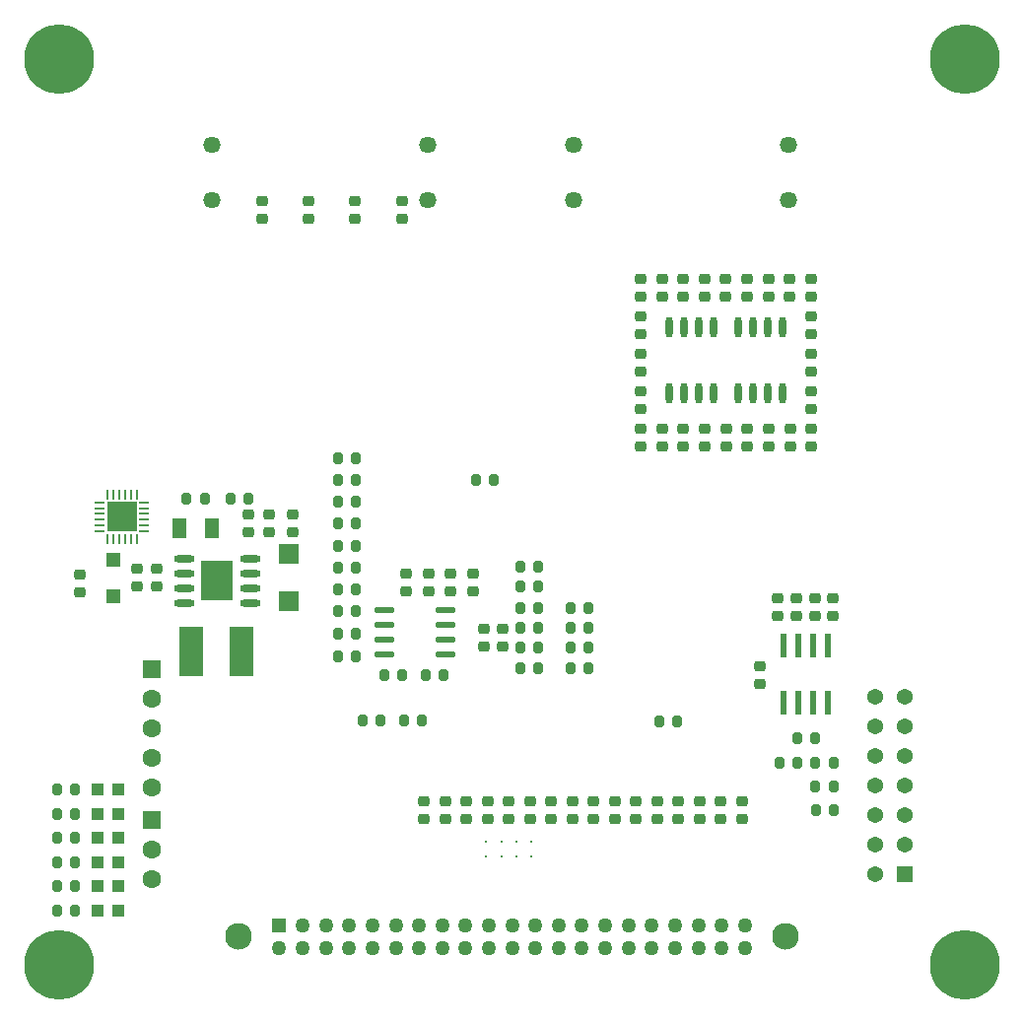
<source format=gbr>
G04*
G04 #@! TF.GenerationSoftware,Altium Limited,Altium Designer,24.1.2 (44)*
G04*
G04 Layer_Color=255*
%FSLAX44Y44*%
%MOMM*%
G71*
G04*
G04 #@! TF.SameCoordinates,B91C3D85-37F7-440E-B7CA-D4A3DDB4B262*
G04*
G04*
G04 #@! TF.FilePolarity,Positive*
G04*
G01*
G75*
G04:AMPARAMS|DCode=34|XSize=0.95mm|YSize=0.85mm|CornerRadius=0.2125mm|HoleSize=0mm|Usage=FLASHONLY|Rotation=180.000|XOffset=0mm|YOffset=0mm|HoleType=Round|Shape=RoundedRectangle|*
%AMROUNDEDRECTD34*
21,1,0.9500,0.4250,0,0,180.0*
21,1,0.5250,0.8500,0,0,180.0*
1,1,0.4250,-0.2625,0.2125*
1,1,0.4250,0.2625,0.2125*
1,1,0.4250,0.2625,-0.2125*
1,1,0.4250,-0.2625,-0.2125*
%
%ADD34ROUNDEDRECTD34*%
G04:AMPARAMS|DCode=35|XSize=0.95mm|YSize=0.85mm|CornerRadius=0.2125mm|HoleSize=0mm|Usage=FLASHONLY|Rotation=90.000|XOffset=0mm|YOffset=0mm|HoleType=Round|Shape=RoundedRectangle|*
%AMROUNDEDRECTD35*
21,1,0.9500,0.4250,0,0,90.0*
21,1,0.5250,0.8500,0,0,90.0*
1,1,0.4250,0.2125,0.2625*
1,1,0.4250,0.2125,-0.2625*
1,1,0.4250,-0.2125,-0.2625*
1,1,0.4250,-0.2125,0.2625*
%
%ADD35ROUNDEDRECTD35*%
%ADD40R,1.8000X1.8000*%
%ADD66O,0.6000X1.8000*%
%ADD135C,0.3000*%
%ADD136R,1.3700X1.3700*%
%ADD137C,1.3700*%
%ADD138C,1.4580*%
%ADD139C,1.2580*%
%ADD140R,1.2580X1.2580*%
%ADD141C,2.3000*%
%ADD142C,1.0000*%
%ADD143C,6.0000*%
%ADD144C,1.6000*%
%ADD145R,1.6000X1.6000*%
G04:AMPARAMS|DCode=150|XSize=1.97mm|YSize=0.59mm|CornerRadius=0.0738mm|HoleSize=0mm|Usage=FLASHONLY|Rotation=270.000|XOffset=0mm|YOffset=0mm|HoleType=Round|Shape=RoundedRectangle|*
%AMROUNDEDRECTD150*
21,1,1.9700,0.4425,0,0,270.0*
21,1,1.8225,0.5900,0,0,270.0*
1,1,0.1475,-0.2213,-0.9113*
1,1,0.1475,-0.2213,0.9113*
1,1,0.1475,0.2213,0.9113*
1,1,0.1475,0.2213,-0.9113*
%
%ADD150ROUNDEDRECTD150*%
%ADD151R,2.7178X3.4036*%
%ADD152O,1.8000X0.6000*%
%ADD153R,2.6500X2.6500*%
%ADD154R,0.8048X0.2746*%
%ADD155R,0.2746X0.8048*%
G04:AMPARAMS|DCode=156|XSize=1.64mm|YSize=0.59mm|CornerRadius=0.1475mm|HoleSize=0mm|Usage=FLASHONLY|Rotation=0.000|XOffset=0mm|YOffset=0mm|HoleType=Round|Shape=RoundedRectangle|*
%AMROUNDEDRECTD156*
21,1,1.6400,0.2950,0,0,0.0*
21,1,1.3450,0.5900,0,0,0.0*
1,1,0.2950,0.6725,-0.1475*
1,1,0.2950,-0.6725,-0.1475*
1,1,0.2950,-0.6725,0.1475*
1,1,0.2950,0.6725,0.1475*
%
%ADD156ROUNDEDRECTD156*%
%ADD157R,2.0000X4.2000*%
G04:AMPARAMS|DCode=158|XSize=1.75mm|YSize=1.25mm|CornerRadius=0.2438mm|HoleSize=0mm|Usage=FLASHONLY|Rotation=270.000|XOffset=0mm|YOffset=0mm|HoleType=Round|Shape=RoundedRectangle|*
%AMROUNDEDRECTD158*
21,1,1.7500,0.7625,0,0,270.0*
21,1,1.2625,1.2500,0,0,270.0*
1,1,0.4875,-0.3813,-0.6313*
1,1,0.4875,-0.3813,0.6313*
1,1,0.4875,0.3813,0.6313*
1,1,0.4875,0.3813,-0.6313*
%
%ADD158ROUNDEDRECTD158*%
%ADD159R,1.1000X1.0000*%
%ADD160R,1.3000X1.1500*%
D34*
X668978Y350650D02*
D03*
Y335150D02*
D03*
X684922Y335150D02*
D03*
Y350650D02*
D03*
X700866Y335150D02*
D03*
Y350650D02*
D03*
X653034Y335150D02*
D03*
Y350650D02*
D03*
X637573Y276877D02*
D03*
Y292377D02*
D03*
X349504Y161160D02*
D03*
Y176660D02*
D03*
X367707Y161014D02*
D03*
Y176514D02*
D03*
X385911Y176514D02*
D03*
Y161014D02*
D03*
X404114Y161014D02*
D03*
Y176514D02*
D03*
X422317Y161014D02*
D03*
Y176514D02*
D03*
X440521Y176514D02*
D03*
Y161014D02*
D03*
X458724Y176514D02*
D03*
Y161014D02*
D03*
X476927Y161014D02*
D03*
Y176514D02*
D03*
X495131Y161014D02*
D03*
Y176514D02*
D03*
X513334Y161014D02*
D03*
Y176514D02*
D03*
X531537Y176514D02*
D03*
Y161014D02*
D03*
X549740Y161014D02*
D03*
Y176514D02*
D03*
X567944Y161014D02*
D03*
Y176514D02*
D03*
X586147Y176514D02*
D03*
Y161014D02*
D03*
X604350Y161014D02*
D03*
Y176514D02*
D03*
X622554Y161160D02*
D03*
Y176660D02*
D03*
X53866Y355470D02*
D03*
Y370970D02*
D03*
X663445Y625166D02*
D03*
Y609666D02*
D03*
X608577Y609666D02*
D03*
Y625166D02*
D03*
X681984Y481200D02*
D03*
Y496700D02*
D03*
X645343Y496700D02*
D03*
Y481200D02*
D03*
X626866Y609666D02*
D03*
Y625166D02*
D03*
X663664Y496700D02*
D03*
Y481200D02*
D03*
X535419Y625166D02*
D03*
Y609666D02*
D03*
X553740Y481200D02*
D03*
Y496700D02*
D03*
X571998Y609666D02*
D03*
Y625166D02*
D03*
X590381Y496700D02*
D03*
Y481200D02*
D03*
X590287Y609666D02*
D03*
Y625166D02*
D03*
X572060Y496700D02*
D03*
Y481200D02*
D03*
X198611Y422861D02*
D03*
Y407361D02*
D03*
X391393Y356550D02*
D03*
Y372050D02*
D03*
X372266Y356550D02*
D03*
Y372050D02*
D03*
X353138Y356550D02*
D03*
Y372050D02*
D03*
X334010Y356550D02*
D03*
Y372050D02*
D03*
X210000Y676410D02*
D03*
Y691910D02*
D03*
X250000Y676410D02*
D03*
Y691910D02*
D03*
X681860Y577550D02*
D03*
Y593050D02*
D03*
X681860Y560933D02*
D03*
Y545433D02*
D03*
X681859Y609666D02*
D03*
Y625166D02*
D03*
X681860Y528816D02*
D03*
Y513316D02*
D03*
X645281Y609666D02*
D03*
Y625166D02*
D03*
X627147Y496700D02*
D03*
Y481200D02*
D03*
X535544Y545433D02*
D03*
Y560933D02*
D03*
X535544Y528816D02*
D03*
Y513316D02*
D03*
X535544Y577550D02*
D03*
Y593050D02*
D03*
X535544Y496700D02*
D03*
Y481200D02*
D03*
X553833Y609666D02*
D03*
Y625166D02*
D03*
X608827Y496700D02*
D03*
Y481200D02*
D03*
X236504Y407250D02*
D03*
Y422750D02*
D03*
X102966Y376507D02*
D03*
Y361007D02*
D03*
X119444Y376606D02*
D03*
Y361106D02*
D03*
X417190Y309101D02*
D03*
Y324601D02*
D03*
X400549Y309101D02*
D03*
Y324601D02*
D03*
X216370Y407361D02*
D03*
Y422861D02*
D03*
X330454Y676410D02*
D03*
Y691910D02*
D03*
X290000Y676410D02*
D03*
Y691910D02*
D03*
D35*
X685670Y168410D02*
D03*
X701170D02*
D03*
X685403Y189004D02*
D03*
X700902D02*
D03*
X669902Y230193D02*
D03*
X685403D02*
D03*
X700902Y209599D02*
D03*
X685403D02*
D03*
X669902D02*
D03*
X654402D02*
D03*
X34160Y82804D02*
D03*
X49660D02*
D03*
X34160Y103497D02*
D03*
X49660D02*
D03*
X34160Y124189D02*
D03*
X49660D02*
D03*
X34160Y144881D02*
D03*
X49660D02*
D03*
X290780Y433682D02*
D03*
X275280D02*
D03*
X290780Y377447D02*
D03*
X275280D02*
D03*
X290780Y414937D02*
D03*
X275280D02*
D03*
X290780Y396059D02*
D03*
X275280D02*
D03*
X275280Y452427D02*
D03*
X290780D02*
D03*
X275280Y358702D02*
D03*
X290780D02*
D03*
X275280Y471172D02*
D03*
X290780D02*
D03*
X275280Y339957D02*
D03*
X290780D02*
D03*
X296556Y245638D02*
D03*
X312056D02*
D03*
X198484Y436212D02*
D03*
X182984D02*
D03*
X34160Y186265D02*
D03*
X49660D02*
D03*
X34160Y165573D02*
D03*
X49660D02*
D03*
X290604Y301248D02*
D03*
X275104D02*
D03*
X290780Y320040D02*
D03*
X275280D02*
D03*
X409250Y452500D02*
D03*
X393750D02*
D03*
X332116Y245638D02*
D03*
X347616D02*
D03*
X431956Y308177D02*
D03*
X447456D02*
D03*
X431956Y342366D02*
D03*
X447456D02*
D03*
X431956Y325271D02*
D03*
X447456D02*
D03*
X431956Y291083D02*
D03*
X447456D02*
D03*
X475219Y342366D02*
D03*
X490719D02*
D03*
X475219Y308177D02*
D03*
X490719D02*
D03*
X475219Y325271D02*
D03*
X490719D02*
D03*
X475219Y291083D02*
D03*
X490719D02*
D03*
X160755Y436071D02*
D03*
X145255D02*
D03*
X431958Y378231D02*
D03*
X447458D02*
D03*
Y360781D02*
D03*
X431958D02*
D03*
X366204Y284416D02*
D03*
X350704D02*
D03*
X330644D02*
D03*
X315144D02*
D03*
X551517Y245146D02*
D03*
X567017D02*
D03*
D40*
X232733Y388601D02*
D03*
Y348601D02*
D03*
D66*
X619234Y583531D02*
D03*
X631934D02*
D03*
X644633D02*
D03*
X657334D02*
D03*
X619234Y527031D02*
D03*
X631934D02*
D03*
X644633D02*
D03*
X657334D02*
D03*
X597644Y527031D02*
D03*
X584944D02*
D03*
X572243D02*
D03*
X559543D02*
D03*
X597644Y583531D02*
D03*
X584944D02*
D03*
X572243D02*
D03*
X559543D02*
D03*
D135*
X428625Y142078D02*
D03*
Y129078D02*
D03*
X441625Y142078D02*
D03*
X415625D02*
D03*
Y129078D02*
D03*
X402625Y142078D02*
D03*
Y129078D02*
D03*
X441625D02*
D03*
D136*
X762700Y113800D02*
D03*
D137*
X737300D02*
D03*
X762700Y139200D02*
D03*
X737300D02*
D03*
X762700Y164600D02*
D03*
X737300D02*
D03*
Y190000D02*
D03*
Y215400D02*
D03*
X762700Y240800D02*
D03*
X737300D02*
D03*
X762700Y266200D02*
D03*
X737300D02*
D03*
X762700Y190000D02*
D03*
Y215400D02*
D03*
D138*
X352500Y692500D02*
D03*
X167500D02*
D03*
X352500Y740000D02*
D03*
X167500D02*
D03*
X662500Y692500D02*
D03*
X477500D02*
D03*
X662500Y740000D02*
D03*
X477500D02*
D03*
D139*
X625000Y50000D02*
D03*
Y70000D02*
D03*
X605000Y50000D02*
D03*
Y70000D02*
D03*
X585000Y50000D02*
D03*
Y70000D02*
D03*
X565000Y50000D02*
D03*
Y70000D02*
D03*
X545000Y50000D02*
D03*
Y70000D02*
D03*
X525000Y50000D02*
D03*
Y70000D02*
D03*
X505000Y50000D02*
D03*
Y70000D02*
D03*
X485000Y50000D02*
D03*
Y70000D02*
D03*
X465000Y50000D02*
D03*
Y70000D02*
D03*
X445000Y50000D02*
D03*
Y70000D02*
D03*
X425000Y50000D02*
D03*
Y70000D02*
D03*
X405000Y50000D02*
D03*
Y70000D02*
D03*
X385000Y50000D02*
D03*
Y70000D02*
D03*
X365000Y50000D02*
D03*
Y70000D02*
D03*
X345000Y50000D02*
D03*
Y70000D02*
D03*
X325000Y50000D02*
D03*
Y70000D02*
D03*
X305000Y50000D02*
D03*
Y70000D02*
D03*
X285000Y50000D02*
D03*
Y70000D02*
D03*
X265000Y50000D02*
D03*
Y70000D02*
D03*
X245000Y50000D02*
D03*
Y70000D02*
D03*
X225000Y50000D02*
D03*
D140*
Y70000D02*
D03*
D141*
X190000Y60000D02*
D03*
X660000D02*
D03*
D142*
X19560Y52440D02*
D03*
X52440Y19560D02*
D03*
X19560D02*
D03*
X52440Y52440D02*
D03*
X59250Y36000D02*
D03*
X36000Y13140D02*
D03*
X12750Y36000D02*
D03*
X36000Y59250D02*
D03*
X19560Y830440D02*
D03*
X52440Y797560D02*
D03*
X19560D02*
D03*
X52440Y830440D02*
D03*
X59250Y814000D02*
D03*
X36000Y791140D02*
D03*
X12750Y814000D02*
D03*
X36000Y837250D02*
D03*
X797560Y830440D02*
D03*
X830440Y797560D02*
D03*
X797560D02*
D03*
X830440Y830440D02*
D03*
X837250Y814000D02*
D03*
X814000Y791140D02*
D03*
X790750Y814000D02*
D03*
X814000Y837250D02*
D03*
X797560Y52440D02*
D03*
X830440Y19560D02*
D03*
X797560D02*
D03*
X830440Y52440D02*
D03*
X837250Y36000D02*
D03*
X814000Y13140D02*
D03*
X790750Y36000D02*
D03*
X814000Y59250D02*
D03*
D143*
X36000Y36000D02*
D03*
Y814000D02*
D03*
X814000D02*
D03*
Y36000D02*
D03*
D144*
X115316Y109728D02*
D03*
Y135128D02*
D03*
Y188516D02*
D03*
Y213916D02*
D03*
Y239316D02*
D03*
Y264716D02*
D03*
D145*
Y160528D02*
D03*
Y290116D02*
D03*
D150*
X658425Y310198D02*
D03*
X671125D02*
D03*
X683825D02*
D03*
X696525D02*
D03*
Y260698D02*
D03*
X683825D02*
D03*
X671125D02*
D03*
X658425D02*
D03*
D151*
X171657Y365732D02*
D03*
D152*
X199910Y384476D02*
D03*
Y371776D02*
D03*
Y359076D02*
D03*
Y346376D02*
D03*
X143410Y384476D02*
D03*
Y371776D02*
D03*
Y359076D02*
D03*
Y346376D02*
D03*
D153*
X89930Y420702D02*
D03*
D154*
X70906Y433202D02*
D03*
Y428202D02*
D03*
Y423202D02*
D03*
Y418202D02*
D03*
Y413202D02*
D03*
Y408202D02*
D03*
X108954D02*
D03*
Y413202D02*
D03*
Y418202D02*
D03*
Y423202D02*
D03*
Y428202D02*
D03*
Y433202D02*
D03*
D155*
X77430Y401678D02*
D03*
X82430D02*
D03*
X87430D02*
D03*
X92430D02*
D03*
X97430D02*
D03*
X102430D02*
D03*
Y439726D02*
D03*
X97430D02*
D03*
X92430D02*
D03*
X87430D02*
D03*
X82430D02*
D03*
X77430D02*
D03*
D156*
X315280Y302260D02*
D03*
Y314960D02*
D03*
Y327660D02*
D03*
Y340360D02*
D03*
X367980D02*
D03*
Y327660D02*
D03*
Y314960D02*
D03*
Y302260D02*
D03*
D157*
X192400Y304720D02*
D03*
X149000D02*
D03*
D158*
X166905Y410746D02*
D03*
X138905D02*
D03*
D159*
X69232Y82804D02*
D03*
X86232D02*
D03*
X69232Y103497D02*
D03*
X86232D02*
D03*
X69232Y124189D02*
D03*
X86232D02*
D03*
X69232Y144881D02*
D03*
X86232D02*
D03*
X69232Y186265D02*
D03*
X86232D02*
D03*
X69232Y165573D02*
D03*
X86232D02*
D03*
D160*
X82816Y383720D02*
D03*
Y352720D02*
D03*
M02*

</source>
